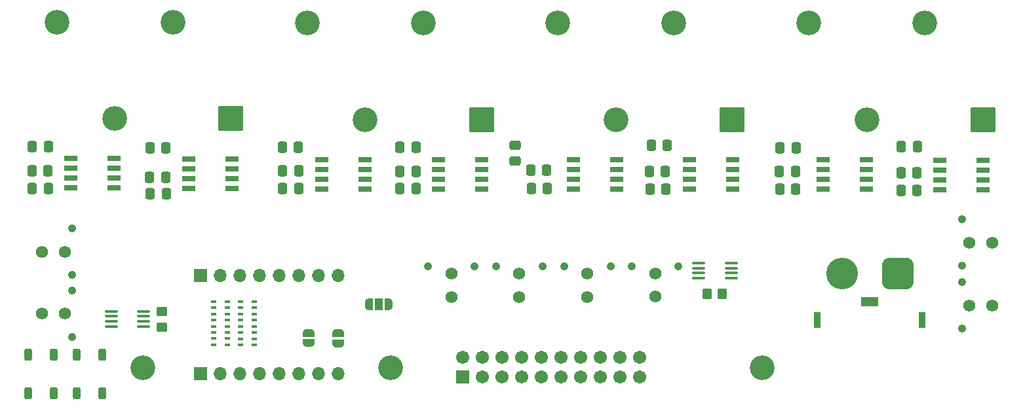
<source format=gbr>
%TF.GenerationSoftware,KiCad,Pcbnew,8.0.3*%
%TF.CreationDate,2025-06-04T12:12:44-07:00*%
%TF.ProjectId,Power_Distribution,506f7765-725f-4446-9973-747269627574,rev?*%
%TF.SameCoordinates,Original*%
%TF.FileFunction,Soldermask,Top*%
%TF.FilePolarity,Negative*%
%FSLAX46Y46*%
G04 Gerber Fmt 4.6, Leading zero omitted, Abs format (unit mm)*
G04 Created by KiCad (PCBNEW 8.0.3) date 2025-06-04 12:12:44*
%MOMM*%
%LPD*%
G01*
G04 APERTURE LIST*
G04 Aperture macros list*
%AMRoundRect*
0 Rectangle with rounded corners*
0 $1 Rounding radius*
0 $2 $3 $4 $5 $6 $7 $8 $9 X,Y pos of 4 corners*
0 Add a 4 corners polygon primitive as box body*
4,1,4,$2,$3,$4,$5,$6,$7,$8,$9,$2,$3,0*
0 Add four circle primitives for the rounded corners*
1,1,$1+$1,$2,$3*
1,1,$1+$1,$4,$5*
1,1,$1+$1,$6,$7*
1,1,$1+$1,$8,$9*
0 Add four rect primitives between the rounded corners*
20,1,$1+$1,$2,$3,$4,$5,0*
20,1,$1+$1,$4,$5,$6,$7,0*
20,1,$1+$1,$6,$7,$8,$9,0*
20,1,$1+$1,$8,$9,$2,$3,0*%
%AMFreePoly0*
4,1,19,0.500000,-0.750000,0.000000,-0.750000,0.000000,-0.744911,-0.071157,-0.744911,-0.207708,-0.704816,-0.327430,-0.627875,-0.420627,-0.520320,-0.479746,-0.390866,-0.500000,-0.250000,-0.500000,0.250000,-0.479746,0.390866,-0.420627,0.520320,-0.327430,0.627875,-0.207708,0.704816,-0.071157,0.744911,0.000000,0.744911,0.000000,0.750000,0.500000,0.750000,0.500000,-0.750000,0.500000,-0.750000,
$1*%
%AMFreePoly1*
4,1,19,0.000000,0.744911,0.071157,0.744911,0.207708,0.704816,0.327430,0.627875,0.420627,0.520320,0.479746,0.390866,0.500000,0.250000,0.500000,-0.250000,0.479746,-0.390866,0.420627,-0.520320,0.327430,-0.627875,0.207708,-0.704816,0.071157,-0.744911,0.000000,-0.744911,0.000000,-0.750000,-0.500000,-0.750000,-0.500000,0.750000,0.000000,0.750000,0.000000,0.744911,0.000000,0.744911,
$1*%
%AMFreePoly2*
4,1,19,0.550000,-0.750000,0.000000,-0.750000,0.000000,-0.744911,-0.071157,-0.744911,-0.207708,-0.704816,-0.327430,-0.627875,-0.420627,-0.520320,-0.479746,-0.390866,-0.500000,-0.250000,-0.500000,0.250000,-0.479746,0.390866,-0.420627,0.520320,-0.327430,0.627875,-0.207708,0.704816,-0.071157,0.744911,0.000000,0.744911,0.000000,0.750000,0.550000,0.750000,0.550000,-0.750000,0.550000,-0.750000,
$1*%
%AMFreePoly3*
4,1,19,0.000000,0.744911,0.071157,0.744911,0.207708,0.704816,0.327430,0.627875,0.420627,0.520320,0.479746,0.390866,0.500000,0.250000,0.500000,-0.250000,0.479746,-0.390866,0.420627,-0.520320,0.327430,-0.627875,0.207708,-0.704816,0.071157,-0.744911,0.000000,-0.744911,0.000000,-0.750000,-0.550000,-0.750000,-0.550000,0.750000,0.000000,0.750000,0.000000,0.744911,0.000000,0.744911,
$1*%
G04 Aperture macros list end*
%ADD10R,1.750000X0.650000*%
%ADD11RoundRect,0.250000X0.337500X0.475000X-0.337500X0.475000X-0.337500X-0.475000X0.337500X-0.475000X0*%
%ADD12RoundRect,0.250000X-0.450000X0.350000X-0.450000X-0.350000X0.450000X-0.350000X0.450000X0.350000X0*%
%ADD13FreePoly0,90.000000*%
%ADD14FreePoly1,90.000000*%
%ADD15R,0.900000X2.000000*%
%ADD16RoundRect,1.025000X1.025000X1.025000X-1.025000X1.025000X-1.025000X-1.025000X1.025000X-1.025000X0*%
%ADD17C,4.100000*%
%ADD18R,2.300000X1.300000*%
%ADD19RoundRect,0.100000X-0.712500X-0.100000X0.712500X-0.100000X0.712500X0.100000X-0.712500X0.100000X0*%
%ADD20RoundRect,0.102000X1.500000X1.500000X-1.500000X1.500000X-1.500000X-1.500000X1.500000X-1.500000X0*%
%ADD21C,3.204000*%
%ADD22RoundRect,0.102000X-0.754000X-0.754000X0.754000X-0.754000X0.754000X0.754000X-0.754000X0.754000X0*%
%ADD23C,1.712000*%
%ADD24RoundRect,0.250000X-0.475000X0.337500X-0.475000X-0.337500X0.475000X-0.337500X0.475000X0.337500X0*%
%ADD25C,3.200000*%
%ADD26C,1.066800*%
%ADD27C,1.574800*%
%ADD28RoundRect,0.250000X0.250000X-0.550000X0.250000X0.550000X-0.250000X0.550000X-0.250000X-0.550000X0*%
%ADD29R,0.711200X0.457200*%
%ADD30R,1.700000X1.700000*%
%ADD31O,1.700000X1.700000*%
%ADD32RoundRect,0.250000X0.350000X0.450000X-0.350000X0.450000X-0.350000X-0.450000X0.350000X-0.450000X0*%
%ADD33FreePoly2,0.000000*%
%ADD34R,1.000000X1.500000*%
%ADD35FreePoly3,0.000000*%
G04 APERTURE END LIST*
D10*
%TO.C,IC5*%
X141669200Y-84429600D03*
X141669200Y-83159600D03*
X141669200Y-81889600D03*
X141669200Y-80619600D03*
X136069200Y-80619600D03*
X136069200Y-81889600D03*
X136069200Y-83159600D03*
X136069200Y-84429600D03*
%TD*%
D11*
%TO.C,Cf1*%
X197887500Y-82346800D03*
X195812500Y-82346800D03*
%TD*%
D10*
%TO.C,IC7*%
X109372400Y-84378800D03*
X109372400Y-83108800D03*
X109372400Y-81838800D03*
X109372400Y-80568800D03*
X103772400Y-80568800D03*
X103772400Y-81838800D03*
X103772400Y-83108800D03*
X103772400Y-84378800D03*
%TD*%
D12*
%TO.C,R1*%
X100320000Y-100310000D03*
X100320000Y-102310000D03*
%TD*%
D13*
%TO.C,JP2*%
X123090000Y-104420000D03*
D14*
X123090000Y-103120000D03*
%TD*%
D11*
%TO.C,Cf3*%
X117979100Y-82092800D03*
X115904100Y-82092800D03*
%TD*%
D15*
%TO.C,J4*%
X198520000Y-101380000D03*
X185020000Y-101380000D03*
D16*
X195370000Y-95380000D03*
D17*
X188170000Y-95380000D03*
D18*
X191770000Y-99030000D03*
%TD*%
D11*
%TO.C,Cf8*%
X85619500Y-82092800D03*
X83544500Y-82092800D03*
%TD*%
D19*
%TO.C,U2*%
X169675000Y-94020000D03*
X169675000Y-94670000D03*
X169675000Y-95320000D03*
X169675000Y-95970000D03*
X173900000Y-95970000D03*
X173900000Y-95320000D03*
X173900000Y-94670000D03*
X173900000Y-94020000D03*
%TD*%
D20*
%TO.C,J6*%
X206396000Y-75492000D03*
D21*
X198896000Y-62992000D03*
X191396000Y-75492000D03*
X183896000Y-62992000D03*
%TD*%
D11*
%TO.C,Cb6*%
X165447800Y-84480400D03*
X163372800Y-84480400D03*
%TD*%
D22*
%TO.C,J18*%
X139190000Y-108750000D03*
D23*
X139190000Y-106210000D03*
X141730000Y-108750000D03*
X141730000Y-106210000D03*
X144270000Y-108750000D03*
X144270000Y-106210000D03*
X146810000Y-108750000D03*
X146810000Y-106210000D03*
X149350000Y-108750000D03*
X149350000Y-106210000D03*
X151890000Y-108750000D03*
X151890000Y-106210000D03*
X154430000Y-108750000D03*
X154430000Y-106210000D03*
X156970000Y-108750000D03*
X156970000Y-106210000D03*
X159510000Y-108750000D03*
X159510000Y-106210000D03*
X162050000Y-108750000D03*
X162050000Y-106210000D03*
%TD*%
D11*
%TO.C,Cf11*%
X165617500Y-78790000D03*
X163542500Y-78790000D03*
%TD*%
D24*
%TO.C,Cf12*%
X146000000Y-78762500D03*
X146000000Y-80837500D03*
%TD*%
D25*
%TO.C,H2*%
X97840000Y-107540000D03*
%TD*%
D11*
%TO.C,Cb2*%
X182211800Y-84429600D03*
X180136800Y-84429600D03*
%TD*%
%TO.C,Cb1*%
X197887500Y-84632800D03*
X195812500Y-84632800D03*
%TD*%
%TO.C,Cf7*%
X150033900Y-82042000D03*
X147958900Y-82042000D03*
%TD*%
D26*
%TO.C,J15*%
X161059998Y-94449999D03*
X167060002Y-94449999D03*
D27*
X164060000Y-98389999D03*
X164060000Y-95390000D03*
%TD*%
D10*
%TO.C,IC6*%
X126581600Y-84429600D03*
X126581600Y-83159600D03*
X126581600Y-81889600D03*
X126581600Y-80619600D03*
X120981600Y-80619600D03*
X120981600Y-81889600D03*
X120981600Y-83159600D03*
X120981600Y-84429600D03*
%TD*%
D26*
%TO.C,J10*%
X88740000Y-89549998D03*
X88740000Y-95550002D03*
D27*
X84800000Y-92550000D03*
X87799999Y-92550000D03*
%TD*%
D10*
%TO.C,IC4*%
X159054800Y-84480400D03*
X159054800Y-83210400D03*
X159054800Y-81940400D03*
X159054800Y-80670400D03*
X153454800Y-80670400D03*
X153454800Y-81940400D03*
X153454800Y-83210400D03*
X153454800Y-84480400D03*
%TD*%
D11*
%TO.C,Cb7*%
X150135500Y-84378800D03*
X148060500Y-84378800D03*
%TD*%
D13*
%TO.C,JP1*%
X119260000Y-104400000D03*
D14*
X119260000Y-103100000D03*
%TD*%
D11*
%TO.C,Cf14*%
X117962500Y-79025000D03*
X115887500Y-79025000D03*
%TD*%
%TO.C,Cf2*%
X182190300Y-82194400D03*
X180115300Y-82194400D03*
%TD*%
D28*
%TO.C,LED1*%
X83060000Y-110850000D03*
X86360000Y-110850000D03*
X83060000Y-105850000D03*
X86360000Y-105850000D03*
%TD*%
D29*
%TO.C,R3*%
X107012700Y-99001201D03*
X107012700Y-99801201D03*
X107012700Y-100601200D03*
X107012700Y-101401201D03*
X107012700Y-102201199D03*
X107012700Y-103001200D03*
X107012700Y-103801201D03*
X107012700Y-104601199D03*
X108816100Y-104601199D03*
X108816100Y-103801199D03*
X108816100Y-103001200D03*
X108816100Y-102201199D03*
X108816100Y-101401201D03*
X108816100Y-100601200D03*
X108816100Y-99801199D03*
X108816100Y-99001201D03*
%TD*%
D20*
%TO.C,J2*%
X141612000Y-75492000D03*
D21*
X134112000Y-62992000D03*
X126612000Y-75492000D03*
X119112000Y-62992000D03*
%TD*%
D26*
%TO.C,J17*%
X203679999Y-94380002D03*
X203679999Y-88379998D03*
D27*
X207619999Y-91380000D03*
X204620000Y-91380000D03*
%TD*%
D11*
%TO.C,Cf13*%
X133137500Y-79075000D03*
X131062500Y-79075000D03*
%TD*%
D26*
%TO.C,J16*%
X203679999Y-102510002D03*
X203679999Y-96509998D03*
D27*
X207619999Y-99510000D03*
X204620000Y-99510000D03*
%TD*%
D30*
%TO.C,J9*%
X105290000Y-95632000D03*
D31*
X107830000Y-95632000D03*
X110370000Y-95632000D03*
X112910000Y-95632000D03*
X115450000Y-95632000D03*
X117990000Y-95632000D03*
X120530000Y-95632000D03*
X123070000Y-95632000D03*
%TD*%
D28*
%TO.C,LED2*%
X89290000Y-110850000D03*
X92590000Y-110850000D03*
X89290000Y-105850000D03*
X92590000Y-105850000D03*
%TD*%
D11*
%TO.C,Cf10*%
X182270000Y-79140000D03*
X180195000Y-79140000D03*
%TD*%
%TO.C,Cb8*%
X85641000Y-84378800D03*
X83566000Y-84378800D03*
%TD*%
D19*
%TO.C,U1*%
X93767500Y-100260000D03*
X93767500Y-100910000D03*
X93767500Y-101560000D03*
X93767500Y-102210000D03*
X97992500Y-102210000D03*
X97992500Y-101560000D03*
X97992500Y-100910000D03*
X97992500Y-100260000D03*
%TD*%
D11*
%TO.C,Cb5*%
X133139000Y-84378800D03*
X131064000Y-84378800D03*
%TD*%
D10*
%TO.C,IC2*%
X191351600Y-84480400D03*
X191351600Y-83210400D03*
X191351600Y-81940400D03*
X191351600Y-80670400D03*
X185751600Y-80670400D03*
X185751600Y-81940400D03*
X185751600Y-83210400D03*
X185751600Y-84480400D03*
%TD*%
D11*
%TO.C,Cf4*%
X100808700Y-82905600D03*
X98733700Y-82905600D03*
%TD*%
%TO.C,Cf15*%
X100837500Y-79125000D03*
X98762500Y-79125000D03*
%TD*%
D10*
%TO.C,IC1*%
X206451200Y-84582000D03*
X206451200Y-83312000D03*
X206451200Y-82042000D03*
X206451200Y-80772000D03*
X200851200Y-80772000D03*
X200851200Y-82042000D03*
X200851200Y-83312000D03*
X200851200Y-84582000D03*
%TD*%
D11*
%TO.C,Cf16*%
X85637500Y-79000000D03*
X83562500Y-79000000D03*
%TD*%
D26*
%TO.C,J14*%
X152284398Y-94459999D03*
X158284402Y-94459999D03*
D27*
X155284400Y-98399999D03*
X155284400Y-95400000D03*
%TD*%
D25*
%TO.C,H3*%
X129840000Y-107540000D03*
%TD*%
D20*
%TO.C,J1*%
X173985600Y-75492000D03*
D21*
X166485600Y-62992000D03*
X158985600Y-75492000D03*
X151485600Y-62992000D03*
%TD*%
D26*
%TO.C,J11*%
X88740000Y-97589998D03*
X88740000Y-103590002D03*
D27*
X84800000Y-100590000D03*
X87799999Y-100590000D03*
%TD*%
D32*
%TO.C,R2*%
X172750000Y-97980000D03*
X170750000Y-97980000D03*
%TD*%
D11*
%TO.C,Cf9*%
X197920000Y-79000000D03*
X195845000Y-79000000D03*
%TD*%
D25*
%TO.C,H4*%
X177840000Y-107540000D03*
%TD*%
D10*
%TO.C,IC8*%
X94171200Y-84328000D03*
X94171200Y-83058000D03*
X94171200Y-81788000D03*
X94171200Y-80518000D03*
X88571200Y-80518000D03*
X88571200Y-81788000D03*
X88571200Y-83058000D03*
X88571200Y-84328000D03*
%TD*%
D11*
%TO.C,Cb3*%
X117979100Y-84378800D03*
X115904100Y-84378800D03*
%TD*%
D33*
%TO.C,JP3*%
X127050000Y-99380000D03*
D34*
X128350000Y-99380000D03*
D35*
X129650000Y-99380000D03*
%TD*%
D29*
%TO.C,R4*%
X110464600Y-99022002D03*
X110464600Y-99822002D03*
X110464600Y-100622001D03*
X110464600Y-101422002D03*
X110464600Y-102222000D03*
X110464600Y-103022001D03*
X110464600Y-103822002D03*
X110464600Y-104622000D03*
X112268000Y-104622000D03*
X112268000Y-103822000D03*
X112268000Y-103022001D03*
X112268000Y-102222000D03*
X112268000Y-101422002D03*
X112268000Y-100622001D03*
X112268000Y-99822000D03*
X112268000Y-99022002D03*
%TD*%
D10*
%TO.C,IC3*%
X174040800Y-84480400D03*
X174040800Y-83210400D03*
X174040800Y-81940400D03*
X174040800Y-80670400D03*
X168440800Y-80670400D03*
X168440800Y-81940400D03*
X168440800Y-83210400D03*
X168440800Y-84480400D03*
%TD*%
D11*
%TO.C,Cb4*%
X100881000Y-85039200D03*
X98806000Y-85039200D03*
%TD*%
%TO.C,Cf5*%
X133139000Y-82143600D03*
X131064000Y-82143600D03*
%TD*%
D26*
%TO.C,J13*%
X143508798Y-94459999D03*
X149508802Y-94459999D03*
D27*
X146508800Y-98399999D03*
X146508800Y-95400000D03*
%TD*%
D26*
%TO.C,J12*%
X134733198Y-94459999D03*
X140733202Y-94459999D03*
D27*
X137733200Y-98399999D03*
X137733200Y-95400000D03*
%TD*%
D20*
%TO.C,J7*%
X109252400Y-75339600D03*
D21*
X101752400Y-62839600D03*
X94252400Y-75339600D03*
X86752400Y-62839600D03*
%TD*%
D11*
%TO.C,Cf6*%
X165375500Y-82143600D03*
X163300500Y-82143600D03*
%TD*%
D30*
%TO.C,J3*%
X105290000Y-108332000D03*
D31*
X107830000Y-108332000D03*
X110370000Y-108332000D03*
X112910000Y-108332000D03*
X115450000Y-108332000D03*
X117990000Y-108332000D03*
X120530000Y-108332000D03*
X123070000Y-108332000D03*
%TD*%
M02*

</source>
